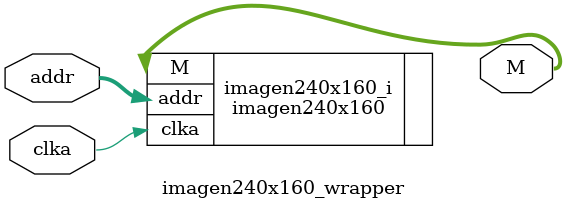
<source format=v>
`timescale 1 ps / 1 ps

module imagen240x160_wrapper
   (M,
    addr,
    clka);
  output [11:0]M;
  input [15:0]addr;
  input clka;

  wire [11:0]M;
  wire [15:0]addr;
  wire clka;

  imagen240x160 imagen240x160_i
       (.M(M),
        .addr(addr),
        .clka(clka));
endmodule

</source>
